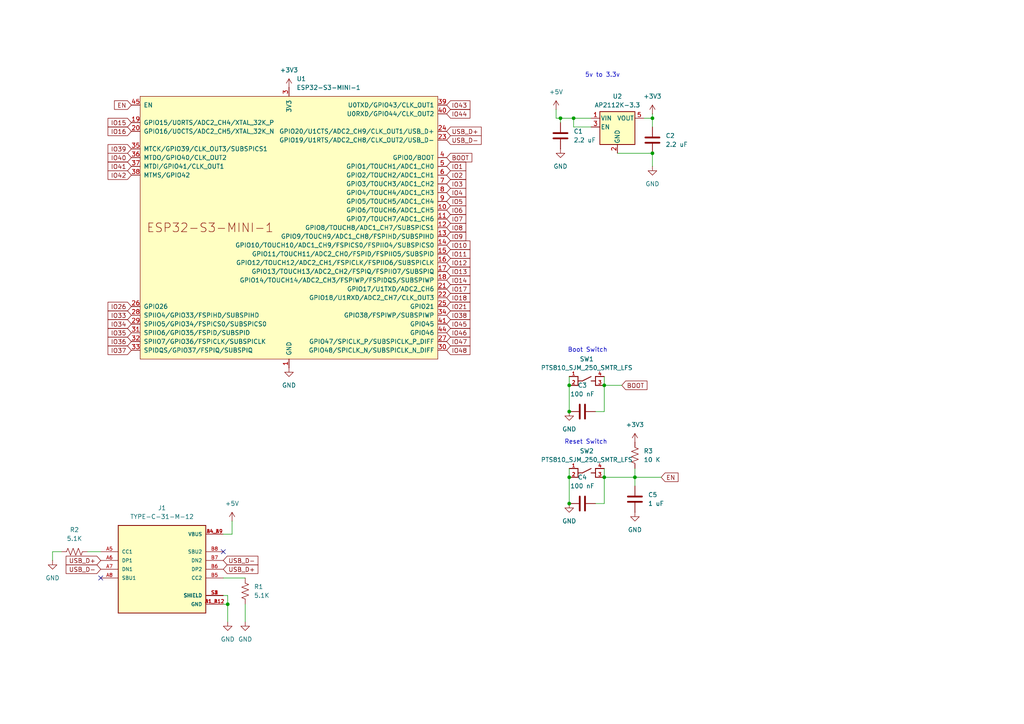
<source format=kicad_sch>
(kicad_sch (version 20231120) (generator "eeschema") (generator_version "8.0")
  (paper "A4")
  (title_block (title "ESP SPotify Display"))
  (lib_symbols
    (symbol "Device:C" (pin_numbers hide) (pin_names (offset 0.254))
      (property "Reference" "C" (at 0.635 2.54 0))
      (property "Value" "C" (at 0.635 -2.54 0))
      (symbol "C_0_1"
        (polyline (pts (xy -2.032 -0.762) (xy 2.032 -0.762)) (stroke (width 0.508)))
        (polyline (pts (xy -2.032 0.762) (xy 2.032 0.762)) (stroke (width 0.508)))
      )
      (symbol "C_1_1"
        (pin passive line (at 0 3.81 270) (length 2.794) (name "~") (number "1"))
        (pin passive line (at 0 -3.81 90) (length 2.794) (name "~") (number "2"))
      )
    )
    (symbol "Device:R_US" (pin_numbers hide) (pin_names (offset 0))
      (property "Reference" "R" (at 2.54 0 90))
      (property "Value" "R_US" (at -2.54 0 90))
      (symbol "R_US_0_1"
        (polyline (pts (xy 0 -2.286) (xy 0 -2.54)))
        (polyline (pts (xy 0 2.286) (xy 0 2.54)))
        (polyline (pts (xy 0 -0.762) (xy 1.016 -1.143) (xy 0 -1.524) (xy -1.016 -1.905) (xy 0 -2.286)))
        (polyline (pts (xy 0 0.762) (xy 1.016 0.381) (xy 0 0) (xy -1.016 -0.381) (xy 0 -0.762)))
        (polyline (pts (xy 0 2.286) (xy 1.016 1.905) (xy 0 1.524) (xy -1.016 1.143) (xy 0 0.762)))
      )
      (symbol "R_US_1_1"
        (pin passive line (at 0 3.81 270) (length 1.27) (name "~") (number "1"))
        (pin passive line (at 0 -3.81 90) (length 1.27) (name "~") (number "2"))
      )
    )
    (symbol "PCM_Espressif:ESP32-S3-MINI-1" (pin_names (offset 1.016))
      (property "Reference" "U" (at -43.18 43.18 0))
      (property "Value" "ESP32-S3-MINI-1" (at -43.18 40.64 0))
      (symbol "ESP32-S3-MINI-1_0_0"
        (text "ESP32-S3-MINI-1" (at -22.86 0 0) (effects (font (size 2.54 2.54))))
        (pin power_in line (at 0 -40.64 90) (length 2.54) (name "GND") (number "1"))
        (pin bidirectional line (at 45.72 5.08 180) (length 2.54) (name "GPIO6/TOUCH6/ADC1_CH5") (number "10"))
        (pin bidirectional line (at 45.72 2.54 180) (length 2.54) (name "GPIO7/TOUCH7/ADC1_CH6") (number "11"))
        (pin bidirectional line (at 45.72 0 180) (length 2.54) (name "GPIO8/TOUCH8/ADC1_CH7/SUBSPICS1") (number "12"))
        (pin bidirectional line (at 45.72 -2.54 180) (length 2.54) (name "GPIO9/TOUCH9/ADC1_CH8/FSPIHD/SUBSPIHD") (number "13"))
        (pin bidirectional line (at 45.72 -5.08 180) (length 2.54) (name "GPIO10/TOUCH10/ADC1_CH9/FSPICS0/FSPIIO4/SUBSPICS0") (number "14"))
        (pin bidirectional line (at 45.72 -7.62 180) (length 2.54) (name "GPIO11/TOUCH11/ADC2_CH0/FSPID/FSPIIO5/SUBSPID") (number "15"))
        (pin bidirectional line (at 45.72 -10.16 180) (length 2.54) (name "GPIO12/TOUCH12/ADC2_CH1/FSPICLK/FSPIIO6/SUBSPICLK") (number "16"))
        (pin bidirectional line (at 45.72 -12.7 180) (length 2.54) (name "GPIO13/TOUCH13/ADC2_CH2/FSPIQ/FSPIIO7/SUBSPIQ") (number "17"))
        (pin bidirectional line (at 45.72 -15.24 180) (length 2.54) (name "GPIO14/TOUCH14/ADC2_CH3/FSPIWP/FSPIDQS/SUBSPIWP") (number "18"))
        (pin bidirectional line (at -45.72 30.48 0) (length 2.54) (name "GPIO15/U0RTS/ADC2_CH4/XTAL_32K_P") (number "19"))
        (pin passive line (at 0 -40.64 90) (length 2.54) hide (name "GND") (number "2"))
        (pin bidirectional line (at -45.72 27.94 0) (length 2.54) (name "GPIO16/U0CTS/ADC2_CH5/XTAL_32K_N") (number "20"))
        (pin bidirectional line (at 45.72 -17.78 180) (length 2.54) (name "GPIO17/U1TXD/ADC2_CH6") (number "21"))
        (pin bidirectional line (at 45.72 -20.32 180) (length 2.54) (name "GPIO18/U1RXD/ADC2_CH7/CLK_OUT3") (number "22"))
        (pin bidirectional line (at 45.72 25.4 180) (length 2.54) (name "GPIO19/U1RTS/ADC2_CH8/CLK_OUT2/USB_D-") (number "23"))
        (pin bidirectional line (at 45.72 27.94 180) (length 2.54) (name "GPIO20/U1CTS/ADC2_CH9/CLK_OUT1/USB_D+") (number "24"))
        (pin bidirectional line (at 45.72 -22.86 180) (length 2.54) (name "GPIO21") (number "25"))
        (pin bidirectional line (at -45.72 -22.86 0) (length 2.54) (name "GPIO26") (number "26"))
        (pin bidirectional line (at 45.72 -33.02 180) (length 2.54) (name "GPIO47/SPICLK_P/SUBSPICLK_P_DIFF") (number "27"))
        (pin bidirectional line (at -45.72 -25.4 0) (length 2.54) (name "SPIIO4/GPIO33/FSPIHD/SUBSPIHD") (number "28"))
        (pin bidirectional line (at -45.72 -27.94 0) (length 2.54) (name "SPIIO5/GPIO34/FSPICS0/SUBSPICS0") (number "29"))
        (pin power_in line (at 0 40.64 270) (length 2.54) (name "3V3") (number "3"))
        (pin bidirectional line (at 45.72 -35.56 180) (length 2.54) (name "GPIO48/SPICLK_N/SUBSPICLK_N_DIFF") (number "30"))
        (pin bidirectional line (at -45.72 -30.48 0) (length 2.54) (name "SPIIO6/GPIO35/FSPID/SUBSPID") (number "31"))
        (pin bidirectional line (at -45.72 -33.02 0) (length 2.54) (name "SPIIO7/GPIO36/FSPICLK/SUBSPICLK") (number "32"))
        (pin bidirectional line (at -45.72 -35.56 0) (length 2.54) (name "SPIDQS/GPIO37/FSPIQ/SUBSPIQ") (number "33"))
        (pin bidirectional line (at 45.72 -25.4 180) (length 2.54) (name "GPIO38/FSPIWP/SUBSPIWP") (number "34"))
        (pin bidirectional line (at -45.72 22.86 0) (length 2.54) (name "MTCK/GPIO39/CLK_OUT3/SUBSPICS1") (number "35"))
        (pin bidirectional line (at -45.72 20.32 0) (length 2.54) (name "MTDO/GPIO40/CLK_OUT2") (number "36"))
        (pin bidirectional line (at -45.72 17.78 0) (length 2.54) (name "MTDI/GPIO41/CLK_OUT1") (number "37"))
        (pin bidirectional line (at -45.72 15.24 0) (length 2.54) (name "MTMS/GPIO42") (number "38"))
        (pin bidirectional line (at 45.72 35.56 180) (length 2.54) (name "U0TXD/GPIO43/CLK_OUT1") (number "39"))
        (pin bidirectional line (at 45.72 20.32 180) (length 2.54) (name "GPIO0/BOOT") (number "4"))
        (pin bidirectional line (at 45.72 33.02 180) (length 2.54) (name "U0RXD/GPIO44/CLK_OUT2") (number "40"))
        (pin bidirectional line (at 45.72 -27.94 180) (length 2.54) (name "GPIO45") (number "41"))
        (pin passive line (at 0 -40.64 90) (length 2.54) hide (name "GND") (number "42"))
        (pin passive line (at 0 -40.64 90) (length 2.54) hide (name "GND") (number "43"))
        (pin bidirectional line (at 45.72 -30.48 180) (length 2.54) (name "GPIO46") (number "44"))
        (pin input line (at -45.72 35.56 0) (length 2.54) (name "EN") (number "45"))
        (pin passive line (at 0 -40.64 90) (length 2.54) hide (name "GND") (number "46"))
        (pin passive line (at 0 -40.64 90) (length 2.54) hide (name "GND") (number "47"))
        (pin passive line (at 0 -40.64 90) (length 2.54) hide (name "GND") (number "48"))
        (pin passive line (at 0 -40.64 90) (length 2.54) hide (name "GND") (number "49"))
        (pin bidirectional line (at 45.72 17.78 180) (length 2.54) (name "GPIO1/TOUCH1/ADC1_CH0") (number "5"))
        (pin passive line (at 0 -40.64 90) (length 2.54) hide (name "GND") (number "50"))
        (pin passive line (at 0 -40.64 90) (length 2.54) hide (name "GND") (number "51"))
        (pin passive line (at 0 -40.64 90) (length 2.54) hide (name "GND") (number "52"))
        (pin passive line (at 0 -40.64 90) (length 2.54) hide (name "GND") (number "53"))
        (pin passive line (at 0 -40.64 90) (length 2.54) hide (name "GND") (number "54"))
        (pin passive line (at 0 -40.64 90) (length 2.54) hide (name "GND") (number "55"))
        (pin passive line (at 0 -40.64 90) (length 2.54) hide (name "GND") (number "56"))
        (pin passive line (at 0 -40.64 90) (length 2.54) hide (name "GND") (number "57"))
        (pin passive line (at 0 -40.64 90) (length 2.54) hide (name "GND") (number "58"))
        (pin passive line (at 0 -40.64 90) (length 2.54) hide (name "GND") (number "59"))
        (pin bidirectional line (at 45.72 15.24 180) (length 2.54) (name "GPIO2/TOUCH2/ADC1_CH1") (number "6"))
        (pin passive line (at 0 -40.64 90) (length 2.54) hide (name "GND") (number "60"))
        (pin passive line (at 0 -40.64 90) (length 2.54) hide (name "GND") (number "61"))
        (pin passive line (at 0 -40.64 90) (length 2.54) hide (name "GND") (number "62"))
        (pin passive line (at 0 -40.64 90) (length 2.54) hide (name "GND") (number "63"))
        (pin passive line (at 0 -40.64 90) (length 2.54) hide (name "GND") (number "64"))
        (pin passive line (at 0 -40.64 90) (length 2.54) hide (name "GND") (number "65"))
        (pin bidirectional line (at 45.72 12.7 180) (length 2.54) (name "GPIO3/TOUCH3/ADC1_CH2") (number "7"))
        (pin bidirectional line (at 45.72 10.16 180) (length 2.54) (name "GPIO4/TOUCH4/ADC1_CH3") (number "8"))
        (pin bidirectional line (at 45.72 7.62 180) (length 2.54) (name "GPIO5/TOUCH5/ADC1_CH4") (number "9"))
      )
      (symbol "ESP32-S3-MINI-1_0_1"
        (rectangle (start -43.18 38.1) (end 43.18 -38.1) (fill (type background)))
      )
    )
    (symbol "PTS810_SJM_250_SMTR_LFS:PTS810_SJM_250_SMTR_LFS" (pin_names (offset 1.016))
      (property "Reference" "SW" (at -3.81 1.27 0))
      (property "Value" "PTS810_SJM_250_SMTR_LFS" (at -5.08 -6.35 0))
      (symbol "PTS810_SJM_250_SMTR_LFS_0_0"
        (polyline (pts (xy -2.54 -2.54) (xy -5.08 -2.54)) (stroke (width 0.254)))
        (polyline (pts (xy -2.54 -1.27) (xy -2.54 -2.54)) (stroke (width 0.254)))
        (polyline (pts (xy -2.54 -1.27) (xy -1.27 -1.27)) (stroke (width 0.254)))
        (polyline (pts (xy -2.54 0) (xy -5.08 0)) (stroke (width 0.254)))
        (polyline (pts (xy -2.54 0) (xy -2.54 -1.27)) (stroke (width 0.254)))
        (polyline (pts (xy -1.27 -1.27) (xy 1.27 0)) (stroke (width 0.254)))
        (polyline (pts (xy 1.27 -1.27) (xy 2.54 -1.27)) (stroke (width 0.254)))
        (polyline (pts (xy 2.54 -2.54) (xy 5.08 -2.54)) (stroke (width 0.254)))
        (polyline (pts (xy 2.54 -1.27) (xy 2.54 -2.54)) (stroke (width 0.254)))
        (polyline (pts (xy 2.54 0) (xy 2.54 -1.27)) (stroke (width 0.254)))
        (polyline (pts (xy 2.54 0) (xy 5.08 0)) (stroke (width 0.254)))
        (pin passive line (at -5.08 0 0) (length 2.54) (name "~") (number "1"))
        (pin passive line (at -5.08 -2.54 0) (length 2.54) (name "~") (number "2"))
        (pin passive line (at 5.08 -2.54 180) (length 2.54) (name "~") (number "3"))
        (pin passive line (at 5.08 0 180) (length 2.54) (name "~") (number "4"))
      )
    )
    (symbol "Regulator_Linear:AP2112K-3.3" (pin_names (offset 0.254))
      (property "Reference" "U" (at -5.08 5.715 0))
      (property "Value" "AP2112K-3.3" (at 0 5.715 0))
      (symbol "AP2112K-3.3_0_1"
        (rectangle (start -5.08 4.445) (end 5.08 -5.08) (stroke (width 0.254)) (fill (type background)))
      )
      (symbol "AP2112K-3.3_1_1"
        (pin power_in line (at -7.62 2.54 0) (length 2.54) (name "VIN") (number "1"))
        (pin power_in line (at 0 -7.62 90) (length 2.54) (name "GND") (number "2"))
        (pin input line (at -7.62 0 0) (length 2.54) (name "EN") (number "3"))
        (pin no_connect line (at 5.08 0 180) (length 2.54) hide (name "NC") (number "4"))
        (pin power_out line (at 7.62 2.54 180) (length 2.54) (name "VOUT") (number "5"))
      )
    )
    (symbol "TYPE-C-31-M-12:TYPE-C-31-M-12" (pin_names (offset 1.016))
      (property "Reference" "J" (at -12.7 13.462 0))
      (property "Value" "TYPE-C-31-M-12" (at -12.7 -13.462 0))
      (symbol "TYPE-C-31-M-12_0_0"
        (rectangle (start -12.7 -12.7) (end 12.7 12.7) (stroke (width 0.254)) (fill (type background)))
        (pin power_in line (at 17.78 -10.16 180) (length 5.08) (name "GND") (number "A1_B12"))
        (pin power_in line (at 17.78 10.16 180) (length 5.08) (name "VBUS") (number "A4_B9"))
        (pin bidirectional line (at -17.78 5.08 0) (length 5.08) (name "CC1") (number "A5"))
        (pin bidirectional line (at -17.78 2.54 0) (length 5.08) (name "DP1") (number "A6"))
        (pin bidirectional line (at -17.78 0 0) (length 5.08) (name "DN1") (number "A7"))
        (pin bidirectional line (at -17.78 -2.54 0) (length 5.08) (name "SBU1") (number "A8"))
        (pin power_in line (at 17.78 -10.16 180) (length 5.08) (name "GND") (number "B1_A12"))
        (pin power_in line (at 17.78 10.16 180) (length 5.08) (name "VBUS") (number "B4_A9"))
        (pin bidirectional line (at 17.78 -2.54 180) (length 5.08) (name "CC2") (number "B5"))
        (pin bidirectional line (at 17.78 0 180) (length 5.08) (name "DP2") (number "B6"))
        (pin bidirectional line (at 17.78 2.54 180) (length 5.08) (name "DN2") (number "B7"))
        (pin bidirectional line (at 17.78 5.08 180) (length 5.08) (name "SBU2") (number "B8"))
        (pin passive line (at 17.78 -7.62 180) (length 5.08) (name "SHIELD") (number "S1"))
        (pin passive line (at 17.78 -7.62 180) (length 5.08) (name "SHIELD") (number "S2"))
        (pin passive line (at 17.78 -7.62 180) (length 5.08) (name "SHIELD") (number "S3"))
        (pin passive line (at 17.78 -7.62 180) (length 5.08) (name "SHIELD") (number "S4"))
      )
    )
    (symbol "power:+3V3" (power) (pin_numbers hide) (pin_names (offset 0) hide)
      (property "Value" "+3V3" (at 0 3.556 0))
      (symbol "+3V3_0_1"
        (polyline (pts (xy -0.762 1.27) (xy 0 2.54)))
        (polyline (pts (xy 0 0) (xy 0 2.54)))
        (polyline (pts (xy 0 2.54) (xy 0.762 1.27)))
      )
      (symbol "+3V3_1_1"
        (pin power_in line (at 0 0 90) (length 0) (name "~") (number "1"))
      )
    )
    (symbol "power:+5V" (power) (pin_numbers hide) (pin_names (offset 0) hide)
      (property "Value" "+5V" (at 0 3.556 0))
      (symbol "+5V_0_1"
        (polyline (pts (xy -0.762 1.27) (xy 0 2.54)))
        (polyline (pts (xy 0 0) (xy 0 2.54)))
        (polyline (pts (xy 0 2.54) (xy 0.762 1.27)))
      )
      (symbol "+5V_1_1"
        (pin power_in line (at 0 0 90) (length 0) (name "~") (number "1"))
      )
    )
    (symbol "power:GND" (power) (pin_numbers hide) (pin_names (offset 0) hide)
      (property "Value" "GND" (at 0 -3.81 0))
      (symbol "GND_0_1"
        (polyline (pts (xy 0 0) (xy 0 -1.27) (xy 1.27 -1.27) (xy 0 -2.54) (xy -1.27 -1.27) (xy 0 -1.27)))
      )
      (symbol "GND_1_1"
        (pin power_in line (at 0 0 270) (length 0) (name "~") (number "1"))
      )
    )
  )
  (junction (at 184.15 138.43))
  (junction (at 175.26 138.43))
  (junction (at 165.1 111.76))
  (junction (at 189.23 34.29))
  (junction (at 165.1 138.43))
  (junction (at 189.23 44.45))
  (junction (at 175.26 111.76))
  (junction (at 165.1 146.05))
  (junction (at 166.37 34.29))
  (junction (at 162.56 34.29))
  (junction (at 165.1 119.38))
  (junction (at 66.04 175.26))
  (no_connect (at 29.21 167.64))
  (no_connect (at 64.77 160.02))
  (wire (pts (xy 166.37 34.29) (xy 162.56 34.29)))
  (wire (pts (xy 175.26 138.43) (xy 184.15 138.43)))
  (wire (pts (xy 189.23 34.29) (xy 189.23 33.02)))
  (wire (pts (xy 172.72 146.05) (xy 175.26 146.05)))
  (wire (pts (xy 64.77 154.94) (xy 67.31 154.94)))
  (wire (pts (xy 184.15 138.43) (xy 184.15 140.97)))
  (wire (pts (xy 165.1 109.22) (xy 165.1 111.76)))
  (wire (pts (xy 66.04 175.26) (xy 64.77 175.26)))
  (wire (pts (xy 71.12 175.26) (xy 71.12 180.34)))
  (wire (pts (xy 171.45 34.29) (xy 166.37 34.29)))
  (wire (pts (xy 175.26 109.22) (xy 175.26 111.76)))
  (wire (pts (xy 66.04 180.34) (xy 66.04 175.26)))
  (wire (pts (xy 179.07 44.45) (xy 189.23 44.45)))
  (wire (pts (xy 162.56 34.29) (xy 161.29 34.29)))
  (wire (pts (xy 175.26 111.76) (xy 175.26 119.38)))
  (wire (pts (xy 161.29 34.29) (xy 161.29 31.75)))
  (wire (pts (xy 66.04 172.72) (xy 66.04 175.26)))
  (wire (pts (xy 184.15 135.89) (xy 184.15 138.43)))
  (wire (pts (xy 166.37 36.83) (xy 166.37 34.29)))
  (wire (pts (xy 189.23 36.83) (xy 189.23 34.29)))
  (wire (pts (xy 165.1 135.89) (xy 165.1 138.43)))
  (wire (pts (xy 189.23 44.45) (xy 189.23 48.26)))
  (wire (pts (xy 67.31 154.94) (xy 67.31 151.13)))
  (wire (pts (xy 184.15 138.43) (xy 191.77 138.43)))
  (wire (pts (xy 171.45 36.83) (xy 166.37 36.83)))
  (wire (pts (xy 17.78 160.02) (xy 15.24 160.02)))
  (wire (pts (xy 175.26 138.43) (xy 175.26 146.05)))
  (wire (pts (xy 175.26 135.89) (xy 175.26 138.43)))
  (wire (pts (xy 64.77 172.72) (xy 66.04 172.72)))
  (wire (pts (xy 165.1 111.76) (xy 165.1 119.38)))
  (wire (pts (xy 172.72 119.38) (xy 175.26 119.38)))
  (wire (pts (xy 165.1 138.43) (xy 165.1 146.05)))
  (wire (pts (xy 64.77 167.64) (xy 71.12 167.64)))
  (wire (pts (xy 29.21 160.02) (xy 25.4 160.02)))
  (wire (pts (xy 162.56 35.56) (xy 162.56 34.29)))
  (wire (pts (xy 186.69 34.29) (xy 189.23 34.29)))
  (wire (pts (xy 175.26 111.76) (xy 180.34 111.76)))
  (wire (pts (xy 15.24 160.02) (xy 15.24 162.56)))
  (text "Reset Switch\n" (at 169.926 128.27 0) (effects (font (size 1.27 1.27))))
  (text "5v to 3.3v" (at 174.752 21.844 0) (effects (font (size 1.27 1.27))))
  (text "Boot Switch" (at 170.434 101.6 0) (effects (font (size 1.27 1.27))))
  (global_label "IO39" (shape input) (at 38.1 43.18 180) (property "Intersheetrefs" "${INTERSHEET_REFS}" (effects (hide yes))))
  (global_label "IO35" (shape input) (at 38.1 96.52 180) (property "Intersheetrefs" "${INTERSHEET_REFS}" (effects (hide yes))))
  (global_label "IO8" (shape input) (at 129.54 66.04 0) (property "Intersheetrefs" "${INTERSHEET_REFS}" (effects (hide yes))))
  (global_label "USB_D+" (shape input) (at 129.54 38.1 0) (property "Intersheetrefs" "${INTERSHEET_REFS}" (effects (hide yes))))
  (global_label "IO11" (shape input) (at 129.54 73.66 0) (property "Intersheetrefs" "${INTERSHEET_REFS}" (effects (hide yes))))
  (global_label "IO14" (shape input) (at 129.54 81.28 0) (property "Intersheetrefs" "${INTERSHEET_REFS}" (effects (hide yes))))
  (global_label "IO26" (shape input) (at 38.1 88.9 180) (property "Intersheetrefs" "${INTERSHEET_REFS}" (effects (hide yes))))
  (global_label "IO46" (shape input) (at 129.54 96.52 0) (property "Intersheetrefs" "${INTERSHEET_REFS}" (effects (hide yes))))
  (global_label "IO2" (shape input) (at 129.54 50.8 0) (property "Intersheetrefs" "${INTERSHEET_REFS}" (effects (hide yes))))
  (global_label "IO34" (shape input) (at 38.1 93.98 180) (property "Intersheetrefs" "${INTERSHEET_REFS}" (effects (hide yes))))
  (global_label "IO4" (shape input) (at 129.54 55.88 0) (property "Intersheetrefs" "${INTERSHEET_REFS}" (effects (hide yes))))
  (global_label "BOOT" (shape input) (at 129.54 45.72 0) (property "Intersheetrefs" "${INTERSHEET_REFS}" (effects (hide yes))))
  (global_label "USB_D-" (shape input) (at 129.54 40.64 0) (property "Intersheetrefs" "${INTERSHEET_REFS}" (effects (hide yes))))
  (global_label "IO47" (shape input) (at 129.54 99.06 0) (property "Intersheetrefs" "${INTERSHEET_REFS}" (effects (hide yes))))
  (global_label "IO6" (shape input) (at 129.54 60.96 0) (property "Intersheetrefs" "${INTERSHEET_REFS}" (effects (hide yes))))
  (global_label "EN" (shape input) (at 191.77 138.43 0) (property "Intersheetrefs" "${INTERSHEET_REFS}" (effects (hide yes))))
  (global_label "IO38" (shape input) (at 129.54 91.44 0) (property "Intersheetrefs" "${INTERSHEET_REFS}" (effects (hide yes))))
  (global_label "IO17" (shape input) (at 129.54 83.82 0) (property "Intersheetrefs" "${INTERSHEET_REFS}" (effects (hide yes))))
  (global_label "IO37" (shape input) (at 38.1 101.6 180) (property "Intersheetrefs" "${INTERSHEET_REFS}" (effects (hide yes))))
  (global_label "IO15" (shape input) (at 38.1 35.56 180) (property "Intersheetrefs" "${INTERSHEET_REFS}" (effects (hide yes))))
  (global_label "IO43" (shape input) (at 129.54 30.48 0) (property "Intersheetrefs" "${INTERSHEET_REFS}" (effects (hide yes))))
  (global_label "IO48" (shape input) (at 129.54 101.6 0) (property "Intersheetrefs" "${INTERSHEET_REFS}" (effects (hide yes))))
  (global_label "USB_D+" (shape input) (at 64.77 165.1 0) (property "Intersheetrefs" "${INTERSHEET_REFS}" (effects (hide yes))))
  (global_label "USB_D-" (shape input) (at 64.77 162.56 0) (property "Intersheetrefs" "${INTERSHEET_REFS}" (effects (hide yes))))
  (global_label "BOOT" (shape input) (at 180.34 111.76 0) (property "Intersheetrefs" "${INTERSHEET_REFS}" (effects (hide yes))))
  (global_label "IO13" (shape input) (at 129.54 78.74 0) (property "Intersheetrefs" "${INTERSHEET_REFS}" (effects (hide yes))))
  (global_label "IO12" (shape input) (at 129.54 76.2 0) (property "Intersheetrefs" "${INTERSHEET_REFS}" (effects (hide yes))))
  (global_label "IO5" (shape input) (at 129.54 58.42 0) (property "Intersheetrefs" "${INTERSHEET_REFS}" (effects (hide yes))))
  (global_label "IO44" (shape input) (at 129.54 33.02 0) (property "Intersheetrefs" "${INTERSHEET_REFS}" (effects (hide yes))))
  (global_label "IO42" (shape input) (at 38.1 50.8 180) (property "Intersheetrefs" "${INTERSHEET_REFS}" (effects (hide yes))))
  (global_label "USB_D+" (shape input) (at 29.21 162.56 180) (property "Intersheetrefs" "${INTERSHEET_REFS}" (effects (hide yes))))
  (global_label "IO3" (shape input) (at 129.54 53.34 0) (property "Intersheetrefs" "${INTERSHEET_REFS}" (effects (hide yes))))
  (global_label "IO41" (shape input) (at 38.1 48.26 180) (property "Intersheetrefs" "${INTERSHEET_REFS}" (effects (hide yes))))
  (global_label "IO9" (shape input) (at 129.54 68.58 0) (property "Intersheetrefs" "${INTERSHEET_REFS}" (effects (hide yes))))
  (global_label "USB_D-" (shape input) (at 29.21 165.1 180) (property "Intersheetrefs" "${INTERSHEET_REFS}" (effects (hide yes))))
  (global_label "IO18" (shape input) (at 129.54 86.36 0) (property "Intersheetrefs" "${INTERSHEET_REFS}" (effects (hide yes))))
  (global_label "IO36" (shape input) (at 38.1 99.06 180) (property "Intersheetrefs" "${INTERSHEET_REFS}" (effects (hide yes))))
  (global_label "IO21" (shape input) (at 129.54 88.9 0) (property "Intersheetrefs" "${INTERSHEET_REFS}" (effects (hide yes))))
  (global_label "IO33" (shape input) (at 38.1 91.44 180) (property "Intersheetrefs" "${INTERSHEET_REFS}" (effects (hide yes))))
  (global_label "EN" (shape input) (at 38.1 30.48 180) (property "Intersheetrefs" "${INTERSHEET_REFS}" (effects (hide yes))))
  (global_label "IO10" (shape input) (at 129.54 71.12 0) (property "Intersheetrefs" "${INTERSHEET_REFS}" (effects (hide yes))))
  (global_label "IO40" (shape input) (at 38.1 45.72 180) (property "Intersheetrefs" "${INTERSHEET_REFS}" (effects (hide yes))))
  (global_label "IO1" (shape input) (at 129.54 48.26 0) (property "Intersheetrefs" "${INTERSHEET_REFS}" (effects (hide yes))))
  (global_label "IO45" (shape input) (at 129.54 93.98 0) (property "Intersheetrefs" "${INTERSHEET_REFS}" (effects (hide yes))))
  (global_label "IO16" (shape input) (at 38.1 38.1 180) (property "Intersheetrefs" "${INTERSHEET_REFS}" (effects (hide yes))))
  (global_label "IO7" (shape input) (at 129.54 63.5 0) (property "Intersheetrefs" "${INTERSHEET_REFS}" (effects (hide yes))))
  (symbol (lib_id "PTS810_SJM_250_SMTR_LFS:PTS810_SJM_250_SMTR_LFS") (at 170.18 109.22 0) (unit 1)
    (property "Reference" "SW1" (at 170.18 104.14 0))
    (property "Value" "PTS810_SJM_250_SMTR_LFS" (at 170.18 106.68 0))
    (property "Footprint" "PTS810_SJM_250_SMTR_LFS:SW_PTS810_SJM_250_SMTR_LFS" (effects (hide yes)))
    (property "MF" "C&K" (effects (hide yes)))
    (property "Description_1" "\nTactile Switch SPST-NO Top Actuated Surface Mount\n" (effects (hide yes)))
    (property "Package" "None" (effects (hide yes)))
    (property "Price" "None" (effects (hide yes)))
    (property "Check_prices" "https://www.snapeda.com/parts/PTS810%20SJM%20250%20SMTR%20LFS/C%2526K/view-part/?ref=eda" (effects (hide yes)))
    (property "STANDARD" "Manufacturer Recommendations" (effects (hide yes)))
    (property "SnapEDA_Link" "https://www.snapeda.com/parts/PTS810%20SJM%20250%20SMTR%20LFS/C%2526K/view-part/?ref=snap" (effects (hide yes)))
    (property "MP" "PTS810 SJM 250 SMTR LFS" (effects (hide yes)))
    (property "Availability" "In Stock" (effects (hide yes)))
    (property "MANUFACTURER" "CnK" (effects (hide yes)))
  )
  (symbol (lib_id "Device:R_US") (at 21.59 160.02 90) (unit 1)
    (property "Reference" "R2" (at 21.59 153.67 90))
    (property "Value" "5.1K" (at 21.59 156.21 90))
    (property "Description" "Resistor, US symbol" (effects (hide yes)))
  )
  (symbol (lib_id "power:GND") (at 184.15 148.59 0) (unit 1)
    (property "Reference" "#PWR013" (effects (hide yes)))
    (property "Value" "GND" (at 184.15 153.67 0))
    (property "Description" "Power symbol creates a global label with name \"GND\" , ground" (effects (hide yes)))
  )
  (symbol (lib_id "power:+5V") (at 161.29 31.75 0) (unit 1)
    (property "Reference" "#PWR06" (effects (hide yes)))
    (property "Value" "+5V" (at 161.29 26.67 0))
    (property "Description" "Power symbol creates a global label with name \"+5V\"" (effects (hide yes)))
  )
  (symbol (lib_id "power:GND") (at 165.1 146.05 0) (unit 1)
    (property "Reference" "#PWR011" (effects (hide yes)))
    (property "Value" "GND" (at 165.1 151.13 0))
    (property "Description" "Power symbol creates a global label with name \"GND\" , ground" (effects (hide yes)))
  )
  (symbol (lib_id "power:GND") (at 162.56 43.18 0) (unit 1)
    (property "Reference" "#PWR07" (effects (hide yes)))
    (property "Value" "GND" (at 162.56 48.26 0))
    (property "Description" "Power symbol creates a global label with name \"GND\" , ground" (effects (hide yes)))
  )
  (symbol (lib_id "Device:R_US") (at 184.15 132.08 180) (unit 1)
    (property "Reference" "R3" (at 186.69 130.8099 0) (effects (justify right)))
    (property "Value" "10 K" (at 186.69 133.3499 0) (effects (justify right)))
    (property "Description" "Resistor, US symbol" (effects (hide yes)))
  )
  (symbol (lib_id "power:GND") (at 165.1 119.38 0) (unit 1)
    (property "Reference" "#PWR010" (effects (hide yes)))
    (property "Value" "GND" (at 165.1 124.46 0))
    (property "Description" "Power symbol creates a global label with name \"GND\" , ground" (effects (hide yes)))
  )
  (symbol (lib_id "Device:C") (at 168.91 146.05 270) (unit 1)
    (property "Reference" "C4" (at 168.91 138.43 90))
    (property "Value" "100 nF" (at 168.91 140.97 90))
    (property "Description" "Unpolarized capacitor" (effects (hide yes)))
  )
  (symbol (lib_id "Regulator_Linear:AP2112K-3.3") (at 179.07 36.83 0) (unit 1)
    (property "Reference" "U2" (at 179.07 27.94 0))
    (property "Value" "AP2112K-3.3" (at 179.07 30.48 0))
    (property "Footprint" "Package_TO_SOT_SMD:SOT-23-5" (effects (hide yes)))
    (property "Datasheet" "https://www.diodes.com/assets/Datasheets/AP2112.pdf" (effects (hide yes)))
    (property "Description" "600mA low dropout linear regulator, with enable pin, 3.8V-6V input voltage range, 3.3V fixed positive output, SOT-23-5" (effects (hide yes)))
  )
  (symbol (lib_id "power:GND") (at 71.12 180.34 0) (unit 1)
    (property "Reference" "#PWR03" (effects (hide yes)))
    (property "Value" "GND" (at 71.12 185.42 0))
    (property "Description" "Power symbol creates a global label with name \"GND\" , ground" (effects (hide yes)))
  )
  (symbol (lib_id "power:+3V3") (at 83.82 25.4 0) (unit 1)
    (property "Reference" "#PWR014" (effects (hide yes)))
    (property "Value" "+3V3" (at 83.82 20.32 0))
    (property "Description" "Power symbol creates a global label with name \"+3V3\"" (effects (hide yes)))
  )
  (symbol (lib_id "power:+5V") (at 67.31 151.13 0) (unit 1)
    (property "Reference" "#PWR04" (effects (hide yes)))
    (property "Value" "+5V" (at 67.31 146.05 0))
    (property "Description" "Power symbol creates a global label with name \"+5V\"" (effects (hide yes)))
  )
  (symbol (lib_id "Device:R_US") (at 71.12 171.45 0) (unit 1)
    (property "Reference" "R1" (at 73.66 170.1799 0) (effects (justify left)))
    (property "Value" "5.1K" (at 73.66 172.7199 0) (effects (justify left)))
    (property "Description" "Resistor, US symbol" (effects (hide yes)))
  )
  (symbol (lib_id "power:GND") (at 189.23 48.26 0) (unit 1)
    (property "Reference" "#PWR08" (effects (hide yes)))
    (property "Value" "GND" (at 189.23 53.34 0))
    (property "Description" "Power symbol creates a global label with name \"GND\" , ground" (effects (hide yes)))
  )
  (symbol (lib_id "power:GND") (at 15.24 162.56 0) (unit 1)
    (property "Reference" "#PWR02" (effects (hide yes)))
    (property "Value" "GND" (at 15.24 167.64 0))
    (property "Description" "Power symbol creates a global label with name \"GND\" , ground" (effects (hide yes)))
  )
  (symbol (lib_id "TYPE-C-31-M-12:TYPE-C-31-M-12") (at 46.99 165.1 0) (unit 1)
    (property "Reference" "J1" (at 46.99 147.32 0))
    (property "Value" "TYPE-C-31-M-12" (at 46.99 149.86 0))
    (property "Footprint" "TYPE-C-31-M-12:HRO_TYPE-C-31-M-12" (effects (hide yes)))
    (property "MF" "HRO Electronics Co., Ltd." (effects (hide yes)))
    (property "MAXIMUM_PACKAGE_HEIGHT" "3.26 mm" (effects (hide yes)))
    (property "Package" "Package" (effects (hide yes)))
    (property "Price" "None" (effects (hide yes)))
    (property "Check_prices" "https://www.snapeda.com/parts/TYPE-C-31-M-12/HRO+Electronics+Co.%252C+Ltd./view-part/?ref=eda" (effects (hide yes)))
    (property "STANDARD" "Manufacturer Recommendations" (effects (hide yes)))
    (property "PARTREV" "2020.12.08" (effects (hide yes)))
    (property "SnapEDA_Link" "https://www.snapeda.com/parts/TYPE-C-31-M-12/HRO+Electronics+Co.%252C+Ltd./view-part/?ref=snap" (effects (hide yes)))
    (property "MP" "TYPE-C-31-M-12" (effects (hide yes)))
    (property "Description_1" "\nUSB Connectors 24 Receptacle 1 8.94*7.3mm RoHS\n" (effects (hide yes)))
    (property "SNAPEDA_PN" "TYPE-C-31-M-12" (effects (hide yes)))
    (property "Availability" "Not in stock" (effects (hide yes)))
    (property "MANUFACTURER" "HRO Electronics Co., Ltd." (effects (hide yes)))
  )
  (symbol (lib_id "Device:C") (at 162.56 39.37 0) (unit 1)
    (property "Reference" "C1" (at 166.37 38.0999 0) (effects (justify left)))
    (property "Value" "2.2 uF" (at 166.37 40.6399 0) (effects (justify left)))
    (property "Description" "Unpolarized capacitor" (effects (hide yes)))
  )
  (symbol (lib_id "Device:C") (at 189.23 40.64 0) (unit 1)
    (property "Reference" "C2" (at 193.04 39.3699 0) (effects (justify left)))
    (property "Value" "2.2 uF" (at 193.04 41.9099 0) (effects (justify left)))
    (property "Description" "Unpolarized capacitor" (effects (hide yes)))
  )
  (symbol (lib_id "power:+3V3") (at 189.23 33.02 0) (unit 1)
    (property "Reference" "#PWR09" (effects (hide yes)))
    (property "Value" "+3V3" (at 189.23 27.94 0))
    (property "Description" "Power symbol creates a global label with name \"+3V3\"" (effects (hide yes)))
  )
  (symbol (lib_id "power:GND") (at 83.82 106.68 0) (unit 1)
    (property "Reference" "#PWR05" (effects (hide yes)))
    (property "Value" "GND" (at 83.82 111.76 0))
    (property "Description" "Power symbol creates a global label with name \"GND\" , ground" (effects (hide yes)))
  )
  (symbol (lib_id "PTS810_SJM_250_SMTR_LFS:PTS810_SJM_250_SMTR_LFS") (at 170.18 135.89 0) (unit 1)
    (property "Reference" "SW2" (at 170.18 130.81 0))
    (property "Value" "PTS810_SJM_250_SMTR_LFS" (at 170.18 133.35 0))
    (property "Footprint" "PTS810_SJM_250_SMTR_LFS:SW_PTS810_SJM_250_SMTR_LFS" (effects (hide yes)))
    (property "MF" "C&K" (effects (hide yes)))
    (property "Description_1" "\nTactile Switch SPST-NO Top Actuated Surface Mount\n" (effects (hide yes)))
    (property "Package" "None" (effects (hide yes)))
    (property "Price" "None" (effects (hide yes)))
    (property "Check_prices" "https://www.snapeda.com/parts/PTS810%20SJM%20250%20SMTR%20LFS/C%2526K/view-part/?ref=eda" (effects (hide yes)))
    (property "STANDARD" "Manufacturer Recommendations" (effects (hide yes)))
    (property "SnapEDA_Link" "https://www.snapeda.com/parts/PTS810%20SJM%20250%20SMTR%20LFS/C%2526K/view-part/?ref=snap" (effects (hide yes)))
    (property "MP" "PTS810 SJM 250 SMTR LFS" (effects (hide yes)))
    (property "Availability" "In Stock" (effects (hide yes)))
    (property "MANUFACTURER" "CnK" (effects (hide yes)))
  )
  (symbol (lib_id "Device:C") (at 168.91 119.38 270) (unit 1)
    (property "Reference" "C3" (at 168.91 111.76 90))
    (property "Value" "100 nF" (at 168.91 114.3 90))
    (property "Description" "Unpolarized capacitor" (effects (hide yes)))
  )
  (symbol (lib_id "Device:C") (at 184.15 144.78 0) (unit 1)
    (property "Reference" "C5" (at 187.96 143.5099 0) (effects (justify left)))
    (property "Value" "1 uF" (at 187.96 146.0499 0) (effects (justify left)))
    (property "Description" "Unpolarized capacitor" (effects (hide yes)))
  )
  (symbol (lib_id "power:+3V3") (at 184.15 128.27 0) (unit 1)
    (property "Reference" "#PWR012" (effects (hide yes)))
    (property "Value" "+3V3" (at 184.15 123.19 0))
    (property "Description" "Power symbol creates a global label with name \"+3V3\"" (effects (hide yes)))
  )
  (symbol (lib_id "PCM_Espressif:ESP32-S3-MINI-1") (at 83.82 66.04 0) (unit 1)
    (property "Reference" "U1" (at 86.0141 22.86 0) (effects (justify left)))
    (property "Value" "ESP32-S3-MINI-1" (at 86.0141 25.4 0) (effects (justify left)))
    (property "Footprint" "PCM_Espressif:ESP32-S3-MINI-1" (effects (hide yes)))
    (property "Datasheet" "https://www.espressif.com/sites/default/files/documentation/esp32-s3-mini-1_mini-1u_datasheet_en.pdf" (effects (hide yes)))
    (property "Description" "Smallsized module supporting 2.4 GHz WiFi (802.11 b/g/n) and Bluetooth ® 5 (LE) Built around ESP32S3 series of SoCs, Xtensa ® dualcore 32bit LX7 microprocessor Flash up to 8 MB, optional 2 MB PSRAM in chip package 39 GPIOs, rich set of peripherals Onboard PCB antenna or external antenna connector" (effects (hide yes)))
  )
  (symbol (lib_id "power:GND") (at 66.04 180.34 0) (unit 1)
    (property "Reference" "#PWR01" (effects (hide yes)))
    (property "Value" "GND" (at 66.04 185.42 0))
    (property "Description" "Power symbol creates a global label with name \"GND\" , ground" (effects (hide yes)))
  )
)
</source>
